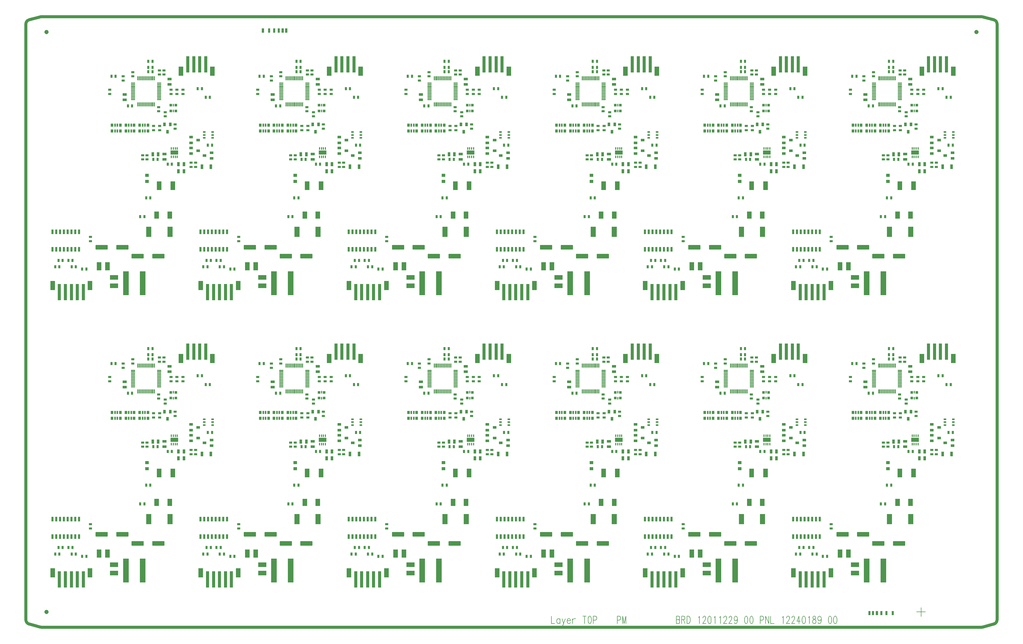
<source format=gbr>
*
G04 Job   : N:\Projects\taras004\P07083\C0164387\12011229\Panel_12240189\12240189.pnl*
G04 User  : UA220006:taras004*
G04 Layer : SolderPasteTop.gbr*
G04 Date  : Tue Dec 24 10:12:17 2024*
G04 Expedition Layer: Solder Paste - Top*
%ICAS*%
%MOIN*%
%FSDAX24Y24*%
%OFA0.0000B0.0000*%
G90*
G74*
%AMVB_RECTANGLE*
21,1,$1,$2,0,0,$3*
%
%AMVB_RCRECTANGLE*
$3=$3X2*
21,1,$1-$3,$2,0,0,0*
21,1,$1,$2-$3,0,0,0*
$1=$1/2*
$2=$2/2*
$3=$3/2*
$1=$1-$3*
$2=$2-$3*
1,1,$3X2,0-$1,0-$2*
1,1,$3X2,0-$1,$2*
1,1,$3X2,$1,$2*
1,1,$3X2,$1,0-$2*
%
%ADD11C,0.00787*%
%ADD10C,0.03937*%
%ADD72VB_RECTANGLE,0.03150X0.03150X90.00000*%
%ADD19VB_RECTANGLE,0.03150X0.01575X270.00000*%
%ADD24VB_RECTANGLE,0.03150X0.01969X0.00000*%
%ADD73VB_RECTANGLE,0.03543X0.01575X270.00000*%
%ADD12VB_RECTANGLE,0.03937X0.02756X180.00000*%
%ADD20VB_RECTANGLE,0.03937X0.02756X90.00000*%
%ADD26VB_RECTANGLE,0.04331X0.01772X90.00000*%
%ADD27VB_RECTANGLE,0.04331X0.03150X90.00000*%
%ADD28VB_RECTANGLE,0.04724X0.03150X180.00000*%
%ADD23VB_RECTANGLE,0.04724X0.03150X270.00000*%
%ADD30VB_RECTANGLE,0.04724X0.03937X0.00000*%
%ADD15VB_RECTANGLE,0.05118X0.01181X0.00000*%
%ADD16VB_RECTANGLE,0.05118X0.01181X90.00000*%
%ADD18VB_RECTANGLE,0.05118X0.03150X180.00000*%
%ADD17VB_RECTANGLE,0.05118X0.03150X90.00000*%
%ADD13VB_RECTANGLE,0.05906X0.03150X270.00000*%
%ADD25VB_RECTANGLE,0.06299X0.02362X90.00000*%
%ADD14VB_RECTANGLE,0.09055X0.06299X90.00000*%
%ADD70VB_RECTANGLE,0.09843X0.05118X0.00000*%
%ADD36VB_RECTANGLE,0.11417X0.06299X90.00000*%
%ADD21VB_RECTANGLE,0.11811X0.06299X270.00000*%
%ADD29VB_RECTANGLE,0.13386X0.06890X270.00000*%
%ADD22VB_RECTANGLE,0.21654X0.03937X270.00000*%
%ADD71VB_RECTANGLE,0.31102X0.07087X270.00000*%
%ADD33VB_RCRECTANGLE,0.03937X0.02756X0.00197*%
%ADD32VB_RCRECTANGLE,0.02756X0.03937X0.00197*%
%ADD34VB_RCRECTANGLE,0.10630X0.06299X0.00197*%
%ADD35VB_RCRECTANGLE,0.06299X0.10630X0.00197*%
%ADD31VB_RCRECTANGLE,0.15748X0.05906X0.00197*%
G01*
G36*
X-115079Y-000283D02*
Y-000039D01*
X-115322*
G02X-115325Y000000I000283J000039*
X-115039Y000285I000286*
X-115000Y000283J000285*
G01Y000039*
X-114757*
G02X-114754Y000000I000282J000039*
X-115039Y-000285I000285*
X-115079Y-000283J000285*
G01Y000283D02*
Y000039D01*
X-115322*
G03X-115325Y000000I000283J000039*
X-115039Y-000285I000286*
X-115000Y-000283J000285*
G01Y-000039*
X-114757*
G03X-114754Y000000I000282J000039*
X-115039Y000285I000285*
X-115079Y000283J000285*
G01D02*
Y000039D01*
X-115322*
G03X-115325Y000000I000283J000039*
X-115039Y-000285I000286*
X-115000Y-000283J000285*
G01Y-000039*
X-114757*
G03X-114754Y000000I000282J000039*
X-115039Y000285I000285*
X-115079Y000283J000285*
G01Y076017D02*
Y076260D01*
X-115322*
G02X-115325Y076299I000283J000039*
X-115039Y076585I000286*
X-115000Y076582J000286*
G01Y076339*
X-114757*
G02X-114754Y076299I000282J000040*
X-115039Y076014I000285*
X-115079Y076017J000285*
G01Y076582D02*
Y076339D01*
X-115322*
G03X-115325Y076299I000283J000040*
X-115039Y076014I000286*
X-115000Y076017J000285*
G01Y076260*
X-114757*
G03X-114754Y076299I000282J000039*
X-115039Y076585I000285*
X-115079Y076582J000286*
G01X-086713Y076220D02*
X-086437D01*
Y076772*
X-086713*
Y076220*
X-085886D02*
X-085610D01*
Y076772*
X-085886*
Y076220*
X-085217D02*
X-084941D01*
Y076772*
X-085217*
Y076220*
X-084626D02*
X-084350D01*
Y076772*
X-084626*
Y076220*
X-084114D02*
X-083839D01*
Y076772*
X-084114*
Y076220*
X-083642D02*
X-083366D01*
Y076772*
X-083642*
Y076220*
X-006929Y-000433D02*
X-006654D01*
Y000118*
X-006929*
Y-000433*
X-006457D02*
X-006181D01*
Y000118*
X-006457*
Y-000433*
X-005945D02*
X-005669D01*
Y000118*
X-005945*
Y-000433*
X-005354D02*
X-005079D01*
Y000118*
X-005354*
Y-000433*
X-004685D02*
X-004409D01*
Y000118*
X-004685*
Y-000433*
X-003858D02*
X-003583D01*
Y000118*
X-003858*
Y-000433*
X007244Y076017D02*
Y076260D01*
X007001*
G02X006998Y076299I000282J000039*
X007283Y076585I000285*
X007323Y076582J000286*
G01Y076339*
X007566*
G02X007569Y076299I000283J000040*
X007283Y076014I000286*
X007244Y076017J000285*
G01Y076582D02*
Y076339D01*
X007001*
G03X006998Y076299I000282J000040*
X007283Y076014I000285*
X007323Y076017J000285*
G01Y076260*
X007566*
G03X007569Y076299I000283J000039*
X007283Y076585I000286*
X007244Y076582J000286*
G37*
G54D10*
G01X-038819Y-002008D02*
X-115740D01*
G02X-115895Y-001987J000591*
G01X-117319Y-001602*
G02X-117756Y-001032I000154J000570*
G01Y-001031*
Y077339*
G02X-117315Y077909I000590J000001*
G01X-115894Y078287*
G02X-115742Y078307I000152J000571*
X-115740J000591*
G01X007992*
G02X008142Y078287I000001J000590*
G01X009563Y077913*
G02X010000Y077343I000154J000570*
G01Y-001031*
Y-001032*
G02X009563Y-001602I000591*
G01X008151Y-001987*
G02X007995Y-002008I000156J000570*
G01X-038819*
G54D11*
X-048620Y-000551D02*
Y-001535D01*
X-048181*
X-047492Y-001028D02*
X-047565Y-000939D01*
X-047638Y-000894*
X-047753*
X-047826Y-000939*
X-047899Y-001028*
X-047931Y-001163*
Y-001267*
X-047899Y-001401*
X-047826Y-001491*
X-047753Y-001535*
X-047638*
X-047565Y-001491*
X-047492Y-001401*
Y-000894D02*
Y-001535D01*
X-047210Y-000894D02*
X-047012Y-001535D01*
X-046803Y-000894D02*
X-047012Y-001535D01*
X-047075Y-001729*
X-047148Y-001819*
X-047210Y-001864*
X-047242*
X-046553Y-001163D02*
X-046114D01*
Y-001073*
X-046146Y-000984*
X-046187Y-000939*
X-046260Y-000894*
X-046375*
X-046448Y-000939*
X-046521Y-001028*
X-046553Y-001163*
Y-001267*
X-046521Y-001401*
X-046448Y-001491*
X-046375Y-001535*
X-046260*
X-046187Y-001491*
X-046114Y-001401*
X-045864Y-001163D02*
X-045812Y-001028D01*
X-045707Y-000939*
X-045592Y-000894*
X-045425*
X-045864D02*
Y-001535D01*
X-044486Y-000551D02*
X-044047D01*
X-044267D02*
Y-001535D01*
X-043640Y-000551D02*
X-043692Y-000611D01*
X-043745Y-000700*
X-043776Y-000790*
X-043797Y-000924*
Y-001163*
X-043776Y-001297*
X-043745Y-001401*
X-043692Y-001491*
X-043640Y-001535*
X-043525*
X-043473Y-001491*
X-043411Y-001401*
X-043390Y-001297*
X-043358Y-001163*
Y-000924*
X-043390Y-000790*
X-043411Y-000700*
X-043473Y-000611*
X-043525Y-000551*
X-043640*
X-043108Y-001535D02*
Y-000551D01*
X-042826*
X-042732Y-000611*
X-042701Y-000656*
X-042669Y-000745*
Y-000879*
X-042701Y-000984*
X-042732Y-001028*
X-042826Y-001073*
X-043108*
X-039958Y-001535D02*
Y-000551D01*
X-039676*
X-039582Y-000611*
X-039551Y-000656*
X-039520Y-000745*
Y-000879*
X-039551Y-000984*
X-039582Y-001028*
X-039676Y-001073*
X-039958*
X-039269Y-001535D02*
Y-000551D01*
X-039050Y-001535*
X-038831Y-000551*
Y-001535*
X-032179Y-001028D02*
X-031897D01*
X-031803Y-001073*
X-031772Y-001118*
X-031741Y-001207*
Y-001356*
X-031772Y-001446*
X-031803Y-001491*
X-031897Y-001535*
X-032179*
Y-000551*
X-031897*
X-031803Y-000611*
X-031772Y-000656*
X-031741Y-000745*
Y-000835*
X-031772Y-000924*
X-031803Y-000984*
X-031897Y-001028*
X-031490Y-001535D02*
Y-000551D01*
X-031208*
X-031114Y-000611*
X-031083Y-000656*
X-031052Y-000745*
Y-000835*
X-031083Y-000924*
X-031114Y-000984*
X-031208Y-001028*
X-031490*
X-031271D02*
X-031052Y-001535D01*
X-030801Y-000551D02*
X-030582D01*
X-030488Y-000611*
X-030425Y-000700*
X-030394Y-000790*
X-030363Y-000924*
Y-001163*
X-030394Y-001297*
X-030425Y-001401*
X-030488Y-001491*
X-030582Y-001535*
X-030801*
Y-000551*
X-029256Y-000745D02*
X-029215Y-000700D01*
X-029162Y-000566*
Y-001535*
X-028703Y-000790D02*
Y-000745D01*
X-028672Y-000656*
X-028640Y-000611*
X-028578Y-000551*
X-028452*
X-028390Y-000611*
X-028359Y-000656*
X-028327Y-000745*
Y-000835*
X-028359Y-000924*
X-028421Y-001073*
X-028734Y-001535*
X-028296*
X-027857Y-000566D02*
X-027951Y-000611D01*
X-028014Y-000745*
X-028045Y-000984*
Y-001118*
X-028014Y-001356*
X-027951Y-001491*
X-027857Y-001535*
X-027795*
X-027701Y-001491*
X-027638Y-001356*
X-027607Y-001118*
Y-000984*
X-027638Y-000745*
X-027701Y-000611*
X-027795Y-000566*
X-027857*
X-027189Y-000745D02*
X-027148Y-000700D01*
X-027095Y-000566*
Y-001535*
X-026500Y-000745D02*
X-026459Y-000700D01*
X-026406Y-000566*
Y-001535*
X-025947Y-000790D02*
Y-000745D01*
X-025916Y-000656*
X-025885Y-000611*
X-025822Y-000551*
X-025697*
X-025634Y-000611*
X-025603Y-000656*
X-025571Y-000745*
Y-000835*
X-025603Y-000924*
X-025665Y-001073*
X-025979Y-001535*
X-025540*
X-025258Y-000790D02*
Y-000745D01*
X-025227Y-000656*
X-025196Y-000611*
X-025133Y-000551*
X-025008*
X-024945Y-000611*
X-024914Y-000656*
X-024882Y-000745*
Y-000835*
X-024914Y-000924*
X-024976Y-001073*
X-025290Y-001535*
X-024851*
X-024162Y-000879D02*
X-024193Y-001028D01*
X-024256Y-001118*
X-024371Y-001163*
X-024402*
X-024507Y-001118*
X-024569Y-001028*
X-024601Y-000879*
Y-000835*
X-024569Y-000700*
X-024507Y-000611*
X-024402Y-000566*
X-024371*
X-024256Y-000611*
X-024193Y-000700*
X-024162Y-000879*
Y-001118*
X-024193Y-001356*
X-024256Y-001491*
X-024371Y-001535*
X-024434*
X-024538Y-001491*
X-024569Y-001401*
X-023035Y-000566D02*
X-023129Y-000611D01*
X-023191Y-000745*
X-023223Y-000984*
Y-001118*
X-023191Y-001356*
X-023129Y-001491*
X-023035Y-001535*
X-022972*
X-022878Y-001491*
X-022816Y-001356*
X-022784Y-001118*
Y-000984*
X-022816Y-000745*
X-022878Y-000611*
X-022972Y-000566*
X-023035*
X-022346D02*
X-022440Y-000611D01*
X-022502Y-000745*
X-022534Y-000984*
Y-001118*
X-022502Y-001356*
X-022440Y-001491*
X-022346Y-001535*
X-022283*
X-022189Y-001491*
X-022127Y-001356*
X-022095Y-001118*
Y-000984*
X-022127Y-000745*
X-022189Y-000611*
X-022283Y-000566*
X-022346*
X-021156Y-001535D02*
Y-000551D01*
X-020874*
X-020780Y-000611*
X-020749Y-000656*
X-020717Y-000745*
Y-000879*
X-020749Y-000984*
X-020780Y-001028*
X-020874Y-001073*
X-021156*
X-020467Y-001535D02*
Y-000551D01*
X-020028Y-001535*
Y-000551*
X-019778D02*
Y-001535D01*
X-019339*
X-018233Y-000745D02*
X-018191Y-000700D01*
X-018139Y-000566*
Y-001535*
X-017680Y-000790D02*
Y-000745D01*
X-017648Y-000656*
X-017617Y-000611*
X-017554Y-000551*
X-017429*
X-017366Y-000611*
X-017335Y-000656*
X-017304Y-000745*
Y-000835*
X-017335Y-000924*
X-017398Y-001073*
X-017711Y-001535*
X-017273*
X-016991Y-000790D02*
Y-000745D01*
X-016959Y-000656*
X-016928Y-000611*
X-016865Y-000551*
X-016740*
X-016678Y-000611*
X-016646Y-000656*
X-016615Y-000745*
Y-000835*
X-016646Y-000924*
X-016709Y-001073*
X-017022Y-001535*
X-016584*
X-016041Y-000566D02*
X-016333Y-001207D01*
X-015895*
X-016041Y-000566D02*
Y-001535D01*
X-015456Y-000566D02*
X-015550Y-000611D01*
X-015613Y-000745*
X-015644Y-000984*
Y-001118*
X-015613Y-001356*
X-015550Y-001491*
X-015456Y-001535*
X-015394*
X-015300Y-001491*
X-015237Y-001356*
X-015206Y-001118*
Y-000984*
X-015237Y-000745*
X-015300Y-000611*
X-015394Y-000566*
X-015456*
X-014788Y-000745D02*
X-014746Y-000700D01*
X-014694Y-000566*
Y-001535*
X-014110Y-000566D02*
X-014204Y-000611D01*
X-014235Y-000700*
Y-000790*
X-014204Y-000894*
X-014141Y-000939*
X-014016Y-000984*
X-013922Y-001028*
X-013859Y-001118*
X-013828Y-001207*
Y-001356*
X-013859Y-001446*
X-013890Y-001491*
X-013984Y-001535*
X-014110*
X-014204Y-001491*
X-014235Y-001446*
X-014266Y-001356*
Y-001207*
X-014235Y-001118*
X-014172Y-001028*
X-014078Y-000984*
X-013953Y-000939*
X-013890Y-000894*
X-013859Y-000790*
Y-000700*
X-013890Y-000611*
X-013984Y-000566*
X-014110*
X-013139Y-000879D02*
X-013170Y-001028D01*
X-013233Y-001118*
X-013348Y-001163*
X-013379*
X-013483Y-001118*
X-013546Y-001028*
X-013577Y-000879*
Y-000835*
X-013546Y-000700*
X-013483Y-000611*
X-013379Y-000566*
X-013348*
X-013233Y-000611*
X-013170Y-000700*
X-013139Y-000879*
Y-001118*
X-013170Y-001356*
X-013233Y-001491*
X-013348Y-001535*
X-013410*
X-013515Y-001491*
X-013546Y-001401*
X-012011Y-000566D02*
X-012105Y-000611D01*
X-012168Y-000745*
X-012199Y-000984*
Y-001118*
X-012168Y-001356*
X-012105Y-001491*
X-012011Y-001535*
X-011949*
X-011855Y-001491*
X-011792Y-001356*
X-011761Y-001118*
Y-000984*
X-011792Y-000745*
X-011855Y-000611*
X-011949Y-000566*
X-012011*
X-011322D02*
X-011416Y-000611D01*
X-011479Y-000745*
X-011510Y-000984*
Y-001118*
X-011479Y-001356*
X-011416Y-001491*
X-011322Y-001535*
X-011260*
X-011166Y-001491*
X-011103Y-001356*
X-011072Y-001118*
Y-000984*
X-011103Y-000745*
X-011166Y-000611*
X-011260Y-000566*
X-011322*
X-000591Y000000D02*
X000591D01*
X000000Y000591D02*
Y-000591D01*
G54D12*
X-109252Y010984D03*
Y011535D03*
Y048780D03*
Y049331D03*
X-106732Y030354D03*
Y030906D03*
Y068150D03*
Y068701D03*
X-104961Y032126D03*
Y032677D03*
Y069921D03*
Y070472D03*
X-103701Y032677D03*
Y033228D03*
Y070472D03*
Y071024D03*
X-102402Y021732D03*
Y022283D03*
Y059528D03*
Y060079D03*
X-101811Y021732D03*
Y022283D03*
Y059528D03*
Y060079D03*
X-100945Y025591D03*
Y026142D03*
Y063386D03*
Y063937D03*
X-100197Y032913D03*
Y033465D03*
Y070709D03*
Y071260D03*
X-100157Y025591D03*
Y026142D03*
Y063386D03*
Y063937D03*
X-099606Y032913D03*
Y033465D03*
Y070709D03*
Y071260D03*
X-099409Y027402D03*
Y027953D03*
Y065197D03*
Y065748D03*
X-098110Y025787D03*
Y026339D03*
Y063583D03*
Y064134D03*
X-097874Y030354D03*
Y030906D03*
Y068150D03*
Y068701D03*
X-097087Y030354D03*
Y030906D03*
Y068150D03*
Y068701D03*
X-096024Y020748D03*
Y021299D03*
Y058543D03*
Y059094D03*
X-095433Y020748D03*
Y021299D03*
Y058543D03*
Y059094D03*
X-089764Y010984D03*
Y011535D03*
Y048780D03*
Y049331D03*
X-087244Y030354D03*
Y030906D03*
Y068150D03*
Y068701D03*
X-085472Y032126D03*
Y032677D03*
Y069921D03*
Y070472D03*
X-084213Y032677D03*
Y033228D03*
Y070472D03*
Y071024D03*
X-082913Y021732D03*
Y022283D03*
Y059528D03*
Y060079D03*
X-082323Y021732D03*
Y022283D03*
Y059528D03*
Y060079D03*
X-081457Y025591D03*
Y026142D03*
Y063386D03*
Y063937D03*
X-080709Y032913D03*
Y033465D03*
Y070709D03*
Y071260D03*
X-080669Y025591D03*
Y026142D03*
Y063386D03*
Y063937D03*
X-080118Y032913D03*
Y033465D03*
Y070709D03*
Y071260D03*
X-079921Y027402D03*
Y027953D03*
Y065197D03*
Y065748D03*
X-078622Y025787D03*
Y026339D03*
Y063583D03*
Y064134D03*
X-078386Y030354D03*
Y030906D03*
Y068150D03*
Y068701D03*
X-077598Y030354D03*
Y030906D03*
Y068150D03*
Y068701D03*
X-076535Y020748D03*
Y021299D03*
Y058543D03*
Y059094D03*
X-075945Y020748D03*
Y021299D03*
Y058543D03*
Y059094D03*
X-070276Y010984D03*
Y011535D03*
Y048780D03*
Y049331D03*
X-067756Y030354D03*
Y030906D03*
Y068150D03*
Y068701D03*
X-065984Y032126D03*
Y032677D03*
Y069921D03*
Y070472D03*
X-064724Y032677D03*
Y033228D03*
Y070472D03*
Y071024D03*
X-063425Y021732D03*
Y022283D03*
Y059528D03*
Y060079D03*
X-062835Y021732D03*
Y022283D03*
Y059528D03*
Y060079D03*
X-061969Y025591D03*
Y026142D03*
Y063386D03*
Y063937D03*
X-061220Y032913D03*
Y033465D03*
Y070709D03*
Y071260D03*
X-061181Y025591D03*
Y026142D03*
Y063386D03*
Y063937D03*
X-060630Y032913D03*
Y033465D03*
Y070709D03*
Y071260D03*
X-060433Y027402D03*
Y027953D03*
Y065197D03*
Y065748D03*
X-059134Y025787D03*
Y026339D03*
Y063583D03*
Y064134D03*
X-058898Y030354D03*
Y030906D03*
Y068150D03*
Y068701D03*
X-058110Y030354D03*
Y030906D03*
Y068150D03*
Y068701D03*
X-057047Y020748D03*
Y021299D03*
Y058543D03*
Y059094D03*
X-056457Y020748D03*
Y021299D03*
Y058543D03*
Y059094D03*
X-050787Y010984D03*
Y011535D03*
Y048780D03*
Y049331D03*
X-048268Y030354D03*
Y030906D03*
Y068150D03*
Y068701D03*
X-046496Y032126D03*
Y032677D03*
Y069921D03*
Y070472D03*
X-045236Y032677D03*
Y033228D03*
Y070472D03*
Y071024D03*
X-043937Y021732D03*
Y022283D03*
Y059528D03*
Y060079D03*
X-043346Y021732D03*
Y022283D03*
Y059528D03*
Y060079D03*
X-042480Y025591D03*
Y026142D03*
Y063386D03*
Y063937D03*
X-041732Y032913D03*
Y033465D03*
Y070709D03*
Y071260D03*
X-041693Y025591D03*
Y026142D03*
Y063386D03*
Y063937D03*
X-041142Y032913D03*
Y033465D03*
Y070709D03*
Y071260D03*
X-040945Y027402D03*
Y027953D03*
Y065197D03*
Y065748D03*
X-039646Y025787D03*
Y026339D03*
Y063583D03*
Y064134D03*
X-039409Y030354D03*
Y030906D03*
Y068150D03*
Y068701D03*
X-038622Y030354D03*
Y030906D03*
Y068150D03*
Y068701D03*
X-037559Y020748D03*
Y021299D03*
Y058543D03*
Y059094D03*
X-036969Y020748D03*
Y021299D03*
Y058543D03*
Y059094D03*
X-031299Y010984D03*
Y011535D03*
Y048780D03*
Y049331D03*
X-028780Y030354D03*
Y030906D03*
Y068150D03*
Y068701D03*
X-027008Y032126D03*
Y032677D03*
Y069921D03*
Y070472D03*
X-025748Y032677D03*
Y033228D03*
Y070472D03*
Y071024D03*
X-024449Y021732D03*
Y022283D03*
Y059528D03*
Y060079D03*
X-023858Y021732D03*
Y022283D03*
Y059528D03*
Y060079D03*
X-022992Y025591D03*
Y026142D03*
Y063386D03*
Y063937D03*
X-022244Y032913D03*
Y033465D03*
Y070709D03*
Y071260D03*
X-022205Y025591D03*
Y026142D03*
Y063386D03*
Y063937D03*
X-021654Y032913D03*
Y033465D03*
Y070709D03*
Y071260D03*
X-021457Y027402D03*
Y027953D03*
Y065197D03*
Y065748D03*
X-020157Y025787D03*
Y026339D03*
Y063583D03*
Y064134D03*
X-019921Y030354D03*
Y030906D03*
Y068150D03*
Y068701D03*
X-019134Y030354D03*
Y030906D03*
Y068150D03*
Y068701D03*
X-018071Y020748D03*
Y021299D03*
Y058543D03*
Y059094D03*
X-017480Y020748D03*
Y021299D03*
Y058543D03*
Y059094D03*
X-011811Y010984D03*
Y011535D03*
Y048780D03*
Y049331D03*
X-009291Y030354D03*
Y030906D03*
Y068150D03*
Y068701D03*
X-007520Y032126D03*
Y032677D03*
Y069921D03*
Y070472D03*
X-006260Y032677D03*
Y033228D03*
Y070472D03*
Y071024D03*
X-004961Y021732D03*
Y022283D03*
Y059528D03*
Y060079D03*
X-004370Y021732D03*
Y022283D03*
Y059528D03*
Y060079D03*
X-003504Y025591D03*
Y026142D03*
Y063386D03*
Y063937D03*
X-002756Y032913D03*
Y033465D03*
Y070709D03*
Y071260D03*
X-002717Y025591D03*
Y026142D03*
Y063386D03*
Y063937D03*
X-002165Y032913D03*
Y033465D03*
Y070709D03*
Y071260D03*
X-001969Y027402D03*
Y027953D03*
Y065197D03*
Y065748D03*
X-000669Y025787D03*
Y026339D03*
Y063583D03*
Y064134D03*
X-000433Y030354D03*
Y030906D03*
Y068150D03*
Y068701D03*
X000354Y030354D03*
Y030906D03*
Y068150D03*
Y068701D03*
X001417Y020748D03*
Y021299D03*
Y058543D03*
Y059094D03*
X002008Y020748D03*
Y021299D03*
Y058543D03*
Y059094D03*
G54D13*
X-094606Y020787D03*
Y058583D03*
X-093425Y020787D03*
Y058583D03*
X-075118Y020787D03*
Y058583D03*
X-073937Y020787D03*
Y058583D03*
X-055630Y020787D03*
Y058583D03*
X-054449Y020787D03*
Y058583D03*
X-036142Y020787D03*
Y058583D03*
X-034961Y020787D03*
Y058583D03*
X-016654Y020787D03*
Y058583D03*
X-015472Y020787D03*
Y058583D03*
X002835Y020787D03*
Y058583D03*
X004016Y020787D03*
Y058583D03*
G54D14*
X-100541Y014409D03*
Y052205D03*
X-098829Y014409D03*
Y052205D03*
X-081053Y014409D03*
Y052205D03*
X-079341Y014409D03*
Y052205D03*
X-061565Y014409D03*
Y052205D03*
X-059852Y014409D03*
Y052205D03*
X-042077Y014409D03*
Y052205D03*
X-040364Y014409D03*
Y052205D03*
X-022589Y014409D03*
Y052205D03*
X-020876Y014409D03*
Y052205D03*
X-003100Y014409D03*
Y052205D03*
X-001388Y014409D03*
Y052205D03*
G54D15*
X-103642Y029626D03*
Y029823D03*
Y030020D03*
Y030217D03*
Y030413D03*
Y030610D03*
Y030807D03*
Y031004D03*
Y031201D03*
Y031398D03*
Y031594D03*
Y031791D03*
Y067421D03*
Y067618D03*
Y067815D03*
Y068012D03*
Y068209D03*
Y068406D03*
Y068602D03*
Y068799D03*
Y068996D03*
Y069193D03*
Y069390D03*
Y069587D03*
X-100217Y029626D03*
Y029823D03*
Y030020D03*
Y030217D03*
Y030413D03*
Y030610D03*
Y030807D03*
Y031004D03*
Y031201D03*
Y031398D03*
Y031594D03*
Y031791D03*
Y067421D03*
Y067618D03*
Y067815D03*
Y068012D03*
Y068209D03*
Y068406D03*
Y068602D03*
Y068799D03*
Y068996D03*
Y069193D03*
Y069390D03*
Y069587D03*
X-084154Y029626D03*
Y029823D03*
Y030020D03*
Y030217D03*
Y030413D03*
Y030610D03*
Y030807D03*
Y031004D03*
Y031201D03*
Y031398D03*
Y031594D03*
Y031791D03*
Y067421D03*
Y067618D03*
Y067815D03*
Y068012D03*
Y068209D03*
Y068406D03*
Y068602D03*
Y068799D03*
Y068996D03*
Y069193D03*
Y069390D03*
Y069587D03*
X-080728Y029626D03*
Y029823D03*
Y030020D03*
Y030217D03*
Y030413D03*
Y030610D03*
Y030807D03*
Y031004D03*
Y031201D03*
Y031398D03*
Y031594D03*
Y031791D03*
Y067421D03*
Y067618D03*
Y067815D03*
Y068012D03*
Y068209D03*
Y068406D03*
Y068602D03*
Y068799D03*
Y068996D03*
Y069193D03*
Y069390D03*
Y069587D03*
X-064665Y029626D03*
Y029823D03*
Y030020D03*
Y030217D03*
Y030413D03*
Y030610D03*
Y030807D03*
Y031004D03*
Y031201D03*
Y031398D03*
Y031594D03*
Y031791D03*
Y067421D03*
Y067618D03*
Y067815D03*
Y068012D03*
Y068209D03*
Y068406D03*
Y068602D03*
Y068799D03*
Y068996D03*
Y069193D03*
Y069390D03*
Y069587D03*
X-061240Y029626D03*
Y029823D03*
Y030020D03*
Y030217D03*
Y030413D03*
Y030610D03*
Y030807D03*
Y031004D03*
Y031201D03*
Y031398D03*
Y031594D03*
Y031791D03*
Y067421D03*
Y067618D03*
Y067815D03*
Y068012D03*
Y068209D03*
Y068406D03*
Y068602D03*
Y068799D03*
Y068996D03*
Y069193D03*
Y069390D03*
Y069587D03*
X-045177Y029626D03*
Y029823D03*
Y030020D03*
Y030217D03*
Y030413D03*
Y030610D03*
Y030807D03*
Y031004D03*
Y031201D03*
Y031398D03*
Y031594D03*
Y031791D03*
Y067421D03*
Y067618D03*
Y067815D03*
Y068012D03*
Y068209D03*
Y068406D03*
Y068602D03*
Y068799D03*
Y068996D03*
Y069193D03*
Y069390D03*
Y069587D03*
X-041752Y029626D03*
Y029823D03*
Y030020D03*
Y030217D03*
Y030413D03*
Y030610D03*
Y030807D03*
Y031004D03*
Y031201D03*
Y031398D03*
Y031594D03*
Y031791D03*
Y067421D03*
Y067618D03*
Y067815D03*
Y068012D03*
Y068209D03*
Y068406D03*
Y068602D03*
Y068799D03*
Y068996D03*
Y069193D03*
Y069390D03*
Y069587D03*
X-025689Y029626D03*
Y029823D03*
Y030020D03*
Y030217D03*
Y030413D03*
Y030610D03*
Y030807D03*
Y031004D03*
Y031201D03*
Y031398D03*
Y031594D03*
Y031791D03*
Y067421D03*
Y067618D03*
Y067815D03*
Y068012D03*
Y068209D03*
Y068406D03*
Y068602D03*
Y068799D03*
Y068996D03*
Y069193D03*
Y069390D03*
Y069587D03*
X-022264Y029626D03*
Y029823D03*
Y030020D03*
Y030217D03*
Y030413D03*
Y030610D03*
Y030807D03*
Y031004D03*
Y031201D03*
Y031398D03*
Y031594D03*
Y031791D03*
Y067421D03*
Y067618D03*
Y067815D03*
Y068012D03*
Y068209D03*
Y068406D03*
Y068602D03*
Y068799D03*
Y068996D03*
Y069193D03*
Y069390D03*
Y069587D03*
X-006201Y029626D03*
Y029823D03*
Y030020D03*
Y030217D03*
Y030413D03*
Y030610D03*
Y030807D03*
Y031004D03*
Y031201D03*
Y031398D03*
Y031594D03*
Y031791D03*
Y067421D03*
Y067618D03*
Y067815D03*
Y068012D03*
Y068209D03*
Y068406D03*
Y068602D03*
Y068799D03*
Y068996D03*
Y069193D03*
Y069390D03*
Y069587D03*
X-002776Y029626D03*
Y029823D03*
Y030020D03*
Y030217D03*
Y030413D03*
Y030610D03*
Y030807D03*
Y031004D03*
Y031201D03*
Y031398D03*
Y031594D03*
Y031791D03*
Y067421D03*
Y067618D03*
Y067815D03*
Y068012D03*
Y068209D03*
Y068406D03*
Y068602D03*
Y068799D03*
Y068996D03*
Y069193D03*
Y069390D03*
Y069587D03*
G54D16*
X-103012Y028996D03*
Y032421D03*
Y066791D03*
Y070217D03*
X-102815Y028996D03*
Y032421D03*
Y066791D03*
Y070217D03*
X-102618Y028996D03*
Y032421D03*
Y066791D03*
Y070217D03*
X-102421Y028996D03*
Y032421D03*
Y066791D03*
Y070217D03*
X-102224Y028996D03*
Y032421D03*
Y066791D03*
Y070217D03*
X-102028Y028996D03*
Y032421D03*
Y066791D03*
Y070217D03*
X-101831Y028996D03*
Y032421D03*
Y066791D03*
Y070217D03*
X-101634Y028996D03*
Y032421D03*
Y066791D03*
Y070217D03*
X-101437Y028996D03*
Y032421D03*
Y066791D03*
Y070217D03*
X-101240Y028996D03*
Y032421D03*
Y066791D03*
Y070217D03*
X-101043Y028996D03*
Y032421D03*
Y066791D03*
Y070217D03*
X-100846Y028996D03*
Y032421D03*
Y066791D03*
Y070217D03*
X-083524Y028996D03*
Y032421D03*
Y066791D03*
Y070217D03*
X-083327Y028996D03*
Y032421D03*
Y066791D03*
Y070217D03*
X-083130Y028996D03*
Y032421D03*
Y066791D03*
Y070217D03*
X-082933Y028996D03*
Y032421D03*
Y066791D03*
Y070217D03*
X-082736Y028996D03*
Y032421D03*
Y066791D03*
Y070217D03*
X-082539Y028996D03*
Y032421D03*
Y066791D03*
Y070217D03*
X-082343Y028996D03*
Y032421D03*
Y066791D03*
Y070217D03*
X-082146Y028996D03*
Y032421D03*
Y066791D03*
Y070217D03*
X-081949Y028996D03*
Y032421D03*
Y066791D03*
Y070217D03*
X-081752Y028996D03*
Y032421D03*
Y066791D03*
Y070217D03*
X-081555Y028996D03*
Y032421D03*
Y066791D03*
Y070217D03*
X-081358Y028996D03*
Y032421D03*
Y066791D03*
Y070217D03*
X-064035Y028996D03*
Y032421D03*
Y066791D03*
Y070217D03*
X-063839Y028996D03*
Y032421D03*
Y066791D03*
Y070217D03*
X-063642Y028996D03*
Y032421D03*
Y066791D03*
Y070217D03*
X-063445Y028996D03*
Y032421D03*
Y066791D03*
Y070217D03*
X-063248Y028996D03*
Y032421D03*
Y066791D03*
Y070217D03*
X-063051Y028996D03*
Y032421D03*
Y066791D03*
Y070217D03*
X-062854Y028996D03*
Y032421D03*
Y066791D03*
Y070217D03*
X-062657Y028996D03*
Y032421D03*
Y066791D03*
Y070217D03*
X-062461Y028996D03*
Y032421D03*
Y066791D03*
Y070217D03*
X-062264Y028996D03*
Y032421D03*
Y066791D03*
Y070217D03*
X-062067Y028996D03*
Y032421D03*
Y066791D03*
Y070217D03*
X-061870Y028996D03*
Y032421D03*
Y066791D03*
Y070217D03*
X-044547Y028996D03*
Y032421D03*
Y066791D03*
Y070217D03*
X-044350Y028996D03*
Y032421D03*
Y066791D03*
Y070217D03*
X-044154Y028996D03*
Y032421D03*
Y066791D03*
Y070217D03*
X-043957Y028996D03*
Y032421D03*
Y066791D03*
Y070217D03*
X-043760Y028996D03*
Y032421D03*
Y066791D03*
Y070217D03*
X-043563Y028996D03*
Y032421D03*
Y066791D03*
Y070217D03*
X-043366Y028996D03*
Y032421D03*
Y066791D03*
Y070217D03*
X-043169Y028996D03*
Y032421D03*
Y066791D03*
Y070217D03*
X-042972Y028996D03*
Y032421D03*
Y066791D03*
Y070217D03*
X-042776Y028996D03*
Y032421D03*
Y066791D03*
Y070217D03*
X-042579Y028996D03*
Y032421D03*
Y066791D03*
Y070217D03*
X-042382Y028996D03*
Y032421D03*
Y066791D03*
Y070217D03*
X-025059Y028996D03*
Y032421D03*
Y066791D03*
Y070217D03*
X-024862Y028996D03*
Y032421D03*
Y066791D03*
Y070217D03*
X-024665Y028996D03*
Y032421D03*
Y066791D03*
Y070217D03*
X-024469Y028996D03*
Y032421D03*
Y066791D03*
Y070217D03*
X-024272Y028996D03*
Y032421D03*
Y066791D03*
Y070217D03*
X-024075Y028996D03*
Y032421D03*
Y066791D03*
Y070217D03*
X-023878Y028996D03*
Y032421D03*
Y066791D03*
Y070217D03*
X-023681Y028996D03*
Y032421D03*
Y066791D03*
Y070217D03*
X-023484Y028996D03*
Y032421D03*
Y066791D03*
Y070217D03*
X-023287Y028996D03*
Y032421D03*
Y066791D03*
Y070217D03*
X-023091Y028996D03*
Y032421D03*
Y066791D03*
Y070217D03*
X-022894Y028996D03*
Y032421D03*
Y066791D03*
Y070217D03*
X-005571Y028996D03*
Y032421D03*
Y066791D03*
Y070217D03*
X-005374Y028996D03*
Y032421D03*
Y066791D03*
Y070217D03*
X-005177Y028996D03*
Y032421D03*
Y066791D03*
Y070217D03*
X-004980Y028996D03*
Y032421D03*
Y066791D03*
Y070217D03*
X-004783Y028996D03*
Y032421D03*
Y066791D03*
Y070217D03*
X-004587Y028996D03*
Y032421D03*
Y066791D03*
Y070217D03*
X-004390Y028996D03*
Y032421D03*
Y066791D03*
Y070217D03*
X-004193Y028996D03*
Y032421D03*
Y066791D03*
Y070217D03*
X-003996Y028996D03*
Y032421D03*
Y066791D03*
Y070217D03*
X-003799Y028996D03*
Y032421D03*
Y066791D03*
Y070217D03*
X-003602Y028996D03*
Y032421D03*
Y066791D03*
Y070217D03*
X-003406Y028996D03*
Y032421D03*
Y066791D03*
Y070217D03*
G54D17*
X-101063Y022402D03*
Y060197D03*
X-100354Y022402D03*
Y060197D03*
X-097677Y020197D03*
Y021102D03*
Y057992D03*
Y058898D03*
X-096969Y020197D03*
Y021102D03*
Y057992D03*
Y058898D03*
X-081575Y022402D03*
Y060197D03*
X-080866Y022402D03*
Y060197D03*
X-078189Y020197D03*
Y021102D03*
Y057992D03*
Y058898D03*
X-077480Y020197D03*
Y021102D03*
Y057992D03*
Y058898D03*
X-062087Y022402D03*
Y060197D03*
X-061378Y022402D03*
Y060197D03*
X-058701Y020197D03*
Y021102D03*
Y057992D03*
Y058898D03*
X-057992Y020197D03*
Y021102D03*
Y057992D03*
Y058898D03*
X-042598Y022402D03*
Y060197D03*
X-041890Y022402D03*
Y060197D03*
X-039213Y020197D03*
Y021102D03*
Y057992D03*
Y058898D03*
X-038504Y020197D03*
Y021102D03*
Y057992D03*
Y058898D03*
X-023110Y022402D03*
Y060197D03*
X-022402Y022402D03*
Y060197D03*
X-019724Y020197D03*
Y021102D03*
Y057992D03*
Y058898D03*
X-019016Y020197D03*
Y021102D03*
Y057992D03*
Y058898D03*
X-003622Y022402D03*
Y060197D03*
X-002913Y022402D03*
Y060197D03*
X-000236Y020197D03*
Y021102D03*
Y057992D03*
Y058898D03*
X000472Y020197D03*
Y021102D03*
Y057992D03*
Y058898D03*
G54D18*
X-104764Y029567D03*
Y030276D03*
Y067362D03*
Y068071D03*
X-099528Y021732D03*
Y022441D03*
Y059528D03*
Y060236D03*
X-098858Y031614D03*
Y032323D03*
Y069409D03*
Y070118D03*
X-085276Y029567D03*
Y030276D03*
Y067362D03*
Y068071D03*
X-080039Y021732D03*
Y022441D03*
Y059528D03*
Y060236D03*
X-079370Y031614D03*
Y032323D03*
Y069409D03*
Y070118D03*
X-065787Y029567D03*
Y030276D03*
Y067362D03*
Y068071D03*
X-060551Y021732D03*
Y022441D03*
Y059528D03*
Y060236D03*
X-059882Y031614D03*
Y032323D03*
Y069409D03*
Y070118D03*
X-046299Y029567D03*
Y030276D03*
Y067362D03*
Y068071D03*
X-041063Y021732D03*
Y022441D03*
Y059528D03*
Y060236D03*
X-040394Y031614D03*
Y032323D03*
Y069409D03*
Y070118D03*
X-026811Y029567D03*
Y030276D03*
Y067362D03*
Y068071D03*
X-021575Y021732D03*
Y022441D03*
Y059528D03*
Y060236D03*
X-020906Y031614D03*
Y032323D03*
Y069409D03*
Y070118D03*
X-007323Y029567D03*
Y030276D03*
Y067362D03*
Y068071D03*
X-002087Y021732D03*
Y022441D03*
Y059528D03*
Y060236D03*
X-001417Y031614D03*
Y032323D03*
Y069409D03*
Y070118D03*
G54D19*
X-098612Y022087D03*
Y023189D03*
Y059882D03*
Y060984D03*
X-098356Y022087D03*
Y023189D03*
Y059882D03*
Y060984D03*
X-098100Y022087D03*
Y023189D03*
Y059882D03*
Y060984D03*
X-097844Y022087D03*
Y023189D03*
Y059882D03*
Y060984D03*
X-079124Y022087D03*
Y023189D03*
Y059882D03*
Y060984D03*
X-078868Y022087D03*
Y023189D03*
Y059882D03*
Y060984D03*
X-078612Y022087D03*
Y023189D03*
Y059882D03*
Y060984D03*
X-078356Y022087D03*
Y023189D03*
Y059882D03*
Y060984D03*
X-059636Y022087D03*
Y023189D03*
Y059882D03*
Y060984D03*
X-059380Y022087D03*
Y023189D03*
Y059882D03*
Y060984D03*
X-059124Y022087D03*
Y023189D03*
Y059882D03*
Y060984D03*
X-058868Y022087D03*
Y023189D03*
Y059882D03*
Y060984D03*
X-040148Y022087D03*
Y023189D03*
Y059882D03*
Y060984D03*
X-039892Y022087D03*
Y023189D03*
Y059882D03*
Y060984D03*
X-039636Y022087D03*
Y023189D03*
Y059882D03*
Y060984D03*
X-039380Y022087D03*
Y023189D03*
Y059882D03*
Y060984D03*
X-020659Y022087D03*
Y023189D03*
Y059882D03*
Y060984D03*
X-020404Y022087D03*
Y023189D03*
Y059882D03*
Y060984D03*
X-020148Y022087D03*
Y023189D03*
Y059882D03*
Y060984D03*
X-019892Y022087D03*
Y023189D03*
Y059882D03*
Y060984D03*
X-001171Y022087D03*
Y023189D03*
Y059882D03*
Y060984D03*
X-000915Y022087D03*
Y023189D03*
Y059882D03*
Y060984D03*
X-000659Y022087D03*
Y023189D03*
Y059882D03*
Y060984D03*
X-000404Y022087D03*
Y023189D03*
Y059882D03*
Y060984D03*
G54D20*
X-113465Y008465D03*
Y046260D03*
X-112913Y008465D03*
Y046260D03*
X-112165Y008465D03*
Y046260D03*
X-111614Y008465D03*
Y046260D03*
X-110354Y007323D03*
Y045118D03*
X-109803Y007323D03*
Y045118D03*
X-106496Y032677D03*
Y070472D03*
X-105945Y032677D03*
Y070472D03*
X-104331Y028780D03*
Y066575D03*
X-103780Y028780D03*
Y066575D03*
X-102717Y014213D03*
Y052008D03*
X-102165Y014213D03*
Y052008D03*
X-101929Y016693D03*
Y054488D03*
X-101654Y033268D03*
Y033858D03*
Y034646D03*
Y071063D03*
Y071654D03*
Y072441D03*
X-101378Y016693D03*
Y054488D03*
X-101102Y033268D03*
Y033858D03*
Y034646D03*
Y071063D03*
Y071654D03*
Y072441D03*
X-100984Y021732D03*
Y059528D03*
X-100433Y021732D03*
Y059528D03*
X-099094Y021102D03*
Y058898D03*
X-098543Y021102D03*
Y058898D03*
X-095157Y031063D03*
Y068858D03*
X-094606Y031063D03*
Y068858D03*
X-094094Y029921D03*
Y067717D03*
X-093976Y008465D03*
Y046260D03*
X-093819Y023622D03*
Y061417D03*
X-093543Y029921D03*
Y067717D03*
X-093425Y008465D03*
Y046260D03*
X-093268Y023622D03*
Y061417D03*
X-092677Y008465D03*
Y046260D03*
X-092126Y008465D03*
Y046260D03*
X-090866Y007323D03*
Y045118D03*
X-090315Y007323D03*
Y045118D03*
X-087008Y032677D03*
Y070472D03*
X-086457Y032677D03*
Y070472D03*
X-084843Y028780D03*
Y066575D03*
X-084291Y028780D03*
Y066575D03*
X-083228Y014213D03*
Y052008D03*
X-082677Y014213D03*
Y052008D03*
X-082441Y016693D03*
Y054488D03*
X-082165Y033268D03*
Y033858D03*
Y034646D03*
Y071063D03*
Y071654D03*
Y072441D03*
X-081890Y016693D03*
Y054488D03*
X-081614Y033268D03*
Y033858D03*
Y034646D03*
Y071063D03*
Y071654D03*
Y072441D03*
X-081496Y021732D03*
Y059528D03*
X-080945Y021732D03*
Y059528D03*
X-079606Y021102D03*
Y058898D03*
X-079055Y021102D03*
Y058898D03*
X-075669Y031063D03*
Y068858D03*
X-075118Y031063D03*
Y068858D03*
X-074606Y029921D03*
Y067717D03*
X-074488Y008465D03*
Y046260D03*
X-074331Y023622D03*
Y061417D03*
X-074055Y029921D03*
Y067717D03*
X-073937Y008465D03*
Y046260D03*
X-073780Y023622D03*
Y061417D03*
X-073189Y008465D03*
Y046260D03*
X-072638Y008465D03*
Y046260D03*
X-071378Y007323D03*
Y045118D03*
X-070827Y007323D03*
Y045118D03*
X-067520Y032677D03*
Y070472D03*
X-066969Y032677D03*
Y070472D03*
X-065354Y028780D03*
Y066575D03*
X-064803Y028780D03*
Y066575D03*
X-063740Y014213D03*
Y052008D03*
X-063189Y014213D03*
Y052008D03*
X-062953Y016693D03*
Y054488D03*
X-062677Y033268D03*
Y033858D03*
Y034646D03*
Y071063D03*
Y071654D03*
Y072441D03*
X-062402Y016693D03*
Y054488D03*
X-062126Y033268D03*
Y033858D03*
Y034646D03*
Y071063D03*
Y071654D03*
Y072441D03*
X-062008Y021732D03*
Y059528D03*
X-061457Y021732D03*
Y059528D03*
X-060118Y021102D03*
Y058898D03*
X-059567Y021102D03*
Y058898D03*
X-056181Y031063D03*
Y068858D03*
X-055630Y031063D03*
Y068858D03*
X-055118Y029921D03*
Y067717D03*
X-055000Y008465D03*
Y046260D03*
X-054843Y023622D03*
Y061417D03*
X-054567Y029921D03*
Y067717D03*
X-054449Y008465D03*
Y046260D03*
X-054291Y023622D03*
Y061417D03*
X-053701Y008465D03*
Y046260D03*
X-053150Y008465D03*
Y046260D03*
X-051890Y007323D03*
Y045118D03*
X-051339Y007323D03*
Y045118D03*
X-048031Y032677D03*
Y070472D03*
X-047480Y032677D03*
Y070472D03*
X-045866Y028780D03*
Y066575D03*
X-045315Y028780D03*
Y066575D03*
X-044252Y014213D03*
Y052008D03*
X-043701Y014213D03*
Y052008D03*
X-043465Y016693D03*
Y054488D03*
X-043189Y033268D03*
Y033858D03*
Y034646D03*
Y071063D03*
Y071654D03*
Y072441D03*
X-042913Y016693D03*
Y054488D03*
X-042638Y033268D03*
Y033858D03*
Y034646D03*
Y071063D03*
Y071654D03*
Y072441D03*
X-042520Y021732D03*
Y059528D03*
X-041969Y021732D03*
Y059528D03*
X-040630Y021102D03*
Y058898D03*
X-040079Y021102D03*
Y058898D03*
X-036693Y031063D03*
Y068858D03*
X-036142Y031063D03*
Y068858D03*
X-035630Y029921D03*
Y067717D03*
X-035512Y008465D03*
Y046260D03*
X-035354Y023622D03*
Y061417D03*
X-035079Y029921D03*
Y067717D03*
X-034961Y008465D03*
Y046260D03*
X-034803Y023622D03*
Y061417D03*
X-034213Y008465D03*
Y046260D03*
X-033661Y008465D03*
Y046260D03*
X-032402Y007323D03*
Y045118D03*
X-031850Y007323D03*
Y045118D03*
X-028543Y032677D03*
Y070472D03*
X-027992Y032677D03*
Y070472D03*
X-026378Y028780D03*
Y066575D03*
X-025827Y028780D03*
Y066575D03*
X-024764Y014213D03*
Y052008D03*
X-024213Y014213D03*
Y052008D03*
X-023976Y016693D03*
Y054488D03*
X-023701Y033268D03*
Y033858D03*
Y034646D03*
Y071063D03*
Y071654D03*
Y072441D03*
X-023425Y016693D03*
Y054488D03*
X-023150Y033268D03*
Y033858D03*
Y034646D03*
Y071063D03*
Y071654D03*
Y072441D03*
X-023031Y021732D03*
Y059528D03*
X-022480Y021732D03*
Y059528D03*
X-021142Y021102D03*
Y058898D03*
X-020591Y021102D03*
Y058898D03*
X-017205Y031063D03*
Y068858D03*
X-016654Y031063D03*
Y068858D03*
X-016142Y029921D03*
Y067717D03*
X-016024Y008465D03*
Y046260D03*
X-015866Y023622D03*
Y061417D03*
X-015591Y029921D03*
Y067717D03*
X-015472Y008465D03*
Y046260D03*
X-015315Y023622D03*
Y061417D03*
X-014724Y008465D03*
Y046260D03*
X-014173Y008465D03*
Y046260D03*
X-012913Y007323D03*
Y045118D03*
X-012362Y007323D03*
Y045118D03*
X-009055Y032677D03*
Y070472D03*
X-008504Y032677D03*
Y070472D03*
X-006890Y028780D03*
Y066575D03*
X-006339Y028780D03*
Y066575D03*
X-005276Y014213D03*
Y052008D03*
X-004724Y014213D03*
Y052008D03*
X-004488Y016693D03*
Y054488D03*
X-004213Y033268D03*
Y033858D03*
Y034646D03*
Y071063D03*
Y071654D03*
Y072441D03*
X-003937Y016693D03*
Y054488D03*
X-003661Y033268D03*
Y033858D03*
Y034646D03*
Y071063D03*
Y071654D03*
Y072441D03*
X-003543Y021732D03*
Y059528D03*
X-002992Y021732D03*
Y059528D03*
X-001654Y021102D03*
Y058898D03*
X-001102Y021102D03*
Y058898D03*
X002283Y031063D03*
Y068858D03*
X002835Y031063D03*
Y068858D03*
X003346Y029921D03*
Y067717D03*
X003622Y023622D03*
Y061417D03*
X003898Y029921D03*
Y067717D03*
X004173Y023622D03*
Y061417D03*
G54D21*
X-114232Y005157D03*
Y042953D03*
X-109311Y005157D03*
Y042953D03*
X-097343Y033346D03*
Y071142D03*
X-094744Y005157D03*
Y042953D03*
X-093209Y033346D03*
Y071142D03*
X-089823Y005157D03*
Y042953D03*
X-077854Y033346D03*
Y071142D03*
X-075256Y005157D03*
Y042953D03*
X-073720Y033346D03*
Y071142D03*
X-070335Y005157D03*
Y042953D03*
X-058366Y033346D03*
Y071142D03*
X-055768Y005157D03*
Y042953D03*
X-054232Y033346D03*
Y071142D03*
X-050846Y005157D03*
Y042953D03*
X-038878Y033346D03*
Y071142D03*
X-036280Y005157D03*
Y042953D03*
X-034744Y033346D03*
Y071142D03*
X-031358Y005157D03*
Y042953D03*
X-019390Y033346D03*
Y071142D03*
X-016791Y005157D03*
Y042953D03*
X-015256Y033346D03*
Y071142D03*
X-011870Y005157D03*
Y042953D03*
X000098Y033346D03*
Y071142D03*
X004232Y033346D03*
Y071142D03*
G54D22*
X-113346Y004272D03*
Y042067D03*
X-112559Y004272D03*
Y042067D03*
X-111772Y004272D03*
Y042067D03*
X-110984Y004272D03*
Y042067D03*
X-110197Y004272D03*
Y042067D03*
X-096457Y034232D03*
Y072028D03*
X-095669Y034232D03*
Y072028D03*
X-094882Y034232D03*
Y072028D03*
X-094094Y034232D03*
Y072028D03*
X-093858Y004272D03*
Y042067D03*
X-093071Y004272D03*
Y042067D03*
X-092283Y004272D03*
Y042067D03*
X-091496Y004272D03*
Y042067D03*
X-090709Y004272D03*
Y042067D03*
X-076969Y034232D03*
Y072028D03*
X-076181Y034232D03*
Y072028D03*
X-075394Y034232D03*
Y072028D03*
X-074606Y034232D03*
Y072028D03*
X-074370Y004272D03*
Y042067D03*
X-073583Y004272D03*
Y042067D03*
X-072795Y004272D03*
Y042067D03*
X-072008Y004272D03*
Y042067D03*
X-071220Y004272D03*
Y042067D03*
X-057480Y034232D03*
Y072028D03*
X-056693Y034232D03*
Y072028D03*
X-055906Y034232D03*
Y072028D03*
X-055118Y034232D03*
Y072028D03*
X-054882Y004272D03*
Y042067D03*
X-054094Y004272D03*
Y042067D03*
X-053307Y004272D03*
Y042067D03*
X-052520Y004272D03*
Y042067D03*
X-051732Y004272D03*
Y042067D03*
X-037992Y034232D03*
Y072028D03*
X-037205Y034232D03*
Y072028D03*
X-036417Y034232D03*
Y072028D03*
X-035630Y034232D03*
Y072028D03*
X-035394Y004272D03*
Y042067D03*
X-034606Y004272D03*
Y042067D03*
X-033819Y004272D03*
Y042067D03*
X-033031Y004272D03*
Y042067D03*
X-032244Y004272D03*
Y042067D03*
X-018504Y034232D03*
Y072028D03*
X-017717Y034232D03*
Y072028D03*
X-016929Y034232D03*
Y072028D03*
X-016142Y034232D03*
Y072028D03*
X-015906Y004272D03*
Y042067D03*
X-015118Y004272D03*
Y042067D03*
X-014331Y004272D03*
Y042067D03*
X-013543Y004272D03*
Y042067D03*
X-012756Y004272D03*
Y042067D03*
X000984Y034232D03*
Y072028D03*
X001772Y034232D03*
Y072028D03*
X002559Y034232D03*
Y072028D03*
X003346Y034232D03*
Y072028D03*
G54D23*
X-099508Y026339D03*
Y064134D03*
X-099134Y025394D03*
Y063189D03*
X-098760Y026339D03*
Y064134D03*
X-080020Y026339D03*
Y064134D03*
X-079646Y025394D03*
Y063189D03*
X-079272Y026339D03*
Y064134D03*
X-060531Y026339D03*
Y064134D03*
X-060157Y025394D03*
Y063189D03*
X-059783Y026339D03*
Y064134D03*
X-041043Y026339D03*
Y064134D03*
X-040669Y025394D03*
Y063189D03*
X-040295Y026339D03*
Y064134D03*
X-021555Y026339D03*
Y064134D03*
X-021181Y025394D03*
Y063189D03*
X-020807Y026339D03*
Y064134D03*
X-002067Y026339D03*
Y064134D03*
X-001693Y025394D03*
Y063189D03*
X-001319Y026339D03*
Y064134D03*
G54D24*
X-094291Y024587D03*
Y024961D03*
Y025335D03*
Y062382D03*
Y062756D03*
Y063130D03*
X-093189Y024587D03*
Y024961D03*
Y025335D03*
Y062382D03*
Y062756D03*
Y063130D03*
X-074803Y024587D03*
Y024961D03*
Y025335D03*
Y062382D03*
Y062756D03*
Y063130D03*
X-073701Y024587D03*
Y024961D03*
Y025335D03*
Y062382D03*
Y062756D03*
Y063130D03*
X-055315Y024587D03*
Y024961D03*
Y025335D03*
Y062382D03*
Y062756D03*
Y063130D03*
X-054213Y024587D03*
Y024961D03*
Y025335D03*
Y062382D03*
Y062756D03*
Y063130D03*
X-035827Y024587D03*
Y024961D03*
Y025335D03*
Y062382D03*
Y062756D03*
Y063130D03*
X-034724Y024587D03*
Y024961D03*
Y025335D03*
Y062382D03*
Y062756D03*
Y063130D03*
X-016339Y024587D03*
Y024961D03*
Y025335D03*
Y062382D03*
Y062756D03*
Y063130D03*
X-015236Y024587D03*
Y024961D03*
Y025335D03*
Y062382D03*
Y062756D03*
Y063130D03*
X003150Y024587D03*
Y024961D03*
Y025335D03*
Y062382D03*
Y062756D03*
Y063130D03*
X004252Y024587D03*
Y024961D03*
Y025335D03*
Y062382D03*
Y062756D03*
Y063130D03*
G54D25*
X-114270Y009921D03*
Y012205D03*
Y047717D03*
Y050000D03*
X-113770Y009921D03*
Y012205D03*
Y047717D03*
Y050000D03*
X-113270Y009921D03*
Y012205D03*
Y047717D03*
Y050000D03*
X-112770Y009921D03*
Y012205D03*
Y047717D03*
Y050000D03*
X-112270Y009921D03*
Y012205D03*
Y047717D03*
Y050000D03*
X-111770Y009921D03*
Y012205D03*
Y047717D03*
Y050000D03*
X-111270Y009921D03*
Y012205D03*
Y047717D03*
Y050000D03*
X-110770Y009921D03*
Y012205D03*
Y047717D03*
Y050000D03*
X-094781Y009921D03*
Y012205D03*
Y047717D03*
Y050000D03*
X-094281Y009921D03*
Y012205D03*
Y047717D03*
Y050000D03*
X-093781Y009921D03*
Y012205D03*
Y047717D03*
Y050000D03*
X-093281Y009921D03*
Y012205D03*
Y047717D03*
Y050000D03*
X-092781Y009921D03*
Y012205D03*
Y047717D03*
Y050000D03*
X-092281Y009921D03*
Y012205D03*
Y047717D03*
Y050000D03*
X-091781Y009921D03*
Y012205D03*
Y047717D03*
Y050000D03*
X-091281Y009921D03*
Y012205D03*
Y047717D03*
Y050000D03*
X-075293Y009921D03*
Y012205D03*
Y047717D03*
Y050000D03*
X-074793Y009921D03*
Y012205D03*
Y047717D03*
Y050000D03*
X-074293Y009921D03*
Y012205D03*
Y047717D03*
Y050000D03*
X-073793Y009921D03*
Y012205D03*
Y047717D03*
Y050000D03*
X-073293Y009921D03*
Y012205D03*
Y047717D03*
Y050000D03*
X-072793Y009921D03*
Y012205D03*
Y047717D03*
Y050000D03*
X-072293Y009921D03*
Y012205D03*
Y047717D03*
Y050000D03*
X-071793Y009921D03*
Y012205D03*
Y047717D03*
Y050000D03*
X-055805Y009921D03*
Y012205D03*
Y047717D03*
Y050000D03*
X-055305Y009921D03*
Y012205D03*
Y047717D03*
Y050000D03*
X-054805Y009921D03*
Y012205D03*
Y047717D03*
Y050000D03*
X-054305Y009921D03*
Y012205D03*
Y047717D03*
Y050000D03*
X-053805Y009921D03*
Y012205D03*
Y047717D03*
Y050000D03*
X-053305Y009921D03*
Y012205D03*
Y047717D03*
Y050000D03*
X-052805Y009921D03*
Y012205D03*
Y047717D03*
Y050000D03*
X-052305Y009921D03*
Y012205D03*
Y047717D03*
Y050000D03*
X-036317Y009921D03*
Y012205D03*
Y047717D03*
Y050000D03*
X-035817Y009921D03*
Y012205D03*
Y047717D03*
Y050000D03*
X-035317Y009921D03*
Y012205D03*
Y047717D03*
Y050000D03*
X-034817Y009921D03*
Y012205D03*
Y047717D03*
Y050000D03*
X-034317Y009921D03*
Y012205D03*
Y047717D03*
Y050000D03*
X-033817Y009921D03*
Y012205D03*
Y047717D03*
Y050000D03*
X-033317Y009921D03*
Y012205D03*
Y047717D03*
Y050000D03*
X-032817Y009921D03*
Y012205D03*
Y047717D03*
Y050000D03*
X-016829Y009921D03*
Y012205D03*
Y047717D03*
Y050000D03*
X-016329Y009921D03*
Y012205D03*
Y047717D03*
Y050000D03*
X-015829Y009921D03*
Y012205D03*
Y047717D03*
Y050000D03*
X-015329Y009921D03*
Y012205D03*
Y047717D03*
Y050000D03*
X-014829Y009921D03*
Y012205D03*
Y047717D03*
Y050000D03*
X-014329Y009921D03*
Y012205D03*
Y047717D03*
Y050000D03*
X-013829Y009921D03*
Y012205D03*
Y047717D03*
Y050000D03*
X-013329Y009921D03*
Y012205D03*
Y047717D03*
Y050000D03*
G54D26*
X-106024Y025492D03*
Y026240D03*
Y063287D03*
Y064035D03*
X-105709Y025492D03*
Y026240D03*
Y063287D03*
Y064035D03*
X-104213Y025492D03*
Y026240D03*
Y063287D03*
Y064035D03*
X-103898Y025492D03*
Y026240D03*
Y063287D03*
Y064035D03*
X-102402Y025492D03*
Y026240D03*
Y063287D03*
Y064035D03*
X-102087Y025492D03*
Y026240D03*
Y063287D03*
Y064035D03*
X-086535Y025492D03*
Y026240D03*
Y063287D03*
Y064035D03*
X-086220Y025492D03*
Y026240D03*
Y063287D03*
Y064035D03*
X-084724Y025492D03*
Y026240D03*
Y063287D03*
Y064035D03*
X-084409Y025492D03*
Y026240D03*
Y063287D03*
Y064035D03*
X-082913Y025492D03*
Y026240D03*
Y063287D03*
Y064035D03*
X-082598Y025492D03*
Y026240D03*
Y063287D03*
Y064035D03*
X-067047Y025492D03*
Y026240D03*
Y063287D03*
Y064035D03*
X-066732Y025492D03*
Y026240D03*
Y063287D03*
Y064035D03*
X-065236Y025492D03*
Y026240D03*
Y063287D03*
Y064035D03*
X-064921Y025492D03*
Y026240D03*
Y063287D03*
Y064035D03*
X-063425Y025492D03*
Y026240D03*
Y063287D03*
Y064035D03*
X-063110Y025492D03*
Y026240D03*
Y063287D03*
Y064035D03*
X-047559Y025492D03*
Y026240D03*
Y063287D03*
Y064035D03*
X-047244Y025492D03*
Y026240D03*
Y063287D03*
Y064035D03*
X-045748Y025492D03*
Y026240D03*
Y063287D03*
Y064035D03*
X-045433Y025492D03*
Y026240D03*
Y063287D03*
Y064035D03*
X-043937Y025492D03*
Y026240D03*
Y063287D03*
Y064035D03*
X-043622Y025492D03*
Y026240D03*
Y063287D03*
Y064035D03*
X-028071Y025492D03*
Y026240D03*
Y063287D03*
Y064035D03*
X-027756Y025492D03*
Y026240D03*
Y063287D03*
Y064035D03*
X-026260Y025492D03*
Y026240D03*
Y063287D03*
Y064035D03*
X-025945Y025492D03*
Y026240D03*
Y063287D03*
Y064035D03*
X-024449Y025492D03*
Y026240D03*
Y063287D03*
Y064035D03*
X-024134Y025492D03*
Y026240D03*
Y063287D03*
Y064035D03*
X-008583Y025492D03*
Y026240D03*
Y063287D03*
Y064035D03*
X-008268Y025492D03*
Y026240D03*
Y063287D03*
Y064035D03*
X-006772Y025492D03*
Y026240D03*
Y063287D03*
Y064035D03*
X-006457Y025492D03*
Y026240D03*
Y063287D03*
Y064035D03*
X-004961Y025492D03*
Y026240D03*
Y063287D03*
Y064035D03*
X-004646Y025492D03*
Y026240D03*
Y063287D03*
Y064035D03*
G54D27*
X-106407Y025492D03*
Y026240D03*
Y063287D03*
Y064035D03*
X-105325Y025492D03*
Y026240D03*
Y063287D03*
Y064035D03*
X-104596Y025492D03*
Y026240D03*
Y063287D03*
Y064035D03*
X-103514Y025492D03*
Y026240D03*
Y063287D03*
Y064035D03*
X-102785Y025492D03*
Y026240D03*
Y063287D03*
Y064035D03*
X-101703Y025492D03*
Y026240D03*
Y063287D03*
Y064035D03*
X-086919Y025492D03*
Y026240D03*
Y063287D03*
Y064035D03*
X-085837Y025492D03*
Y026240D03*
Y063287D03*
Y064035D03*
X-085108Y025492D03*
Y026240D03*
Y063287D03*
Y064035D03*
X-084026Y025492D03*
Y026240D03*
Y063287D03*
Y064035D03*
X-083297Y025492D03*
Y026240D03*
Y063287D03*
Y064035D03*
X-082215Y025492D03*
Y026240D03*
Y063287D03*
Y064035D03*
X-067431Y025492D03*
Y026240D03*
Y063287D03*
Y064035D03*
X-066348Y025492D03*
Y026240D03*
Y063287D03*
Y064035D03*
X-065620Y025492D03*
Y026240D03*
Y063287D03*
Y064035D03*
X-064537Y025492D03*
Y026240D03*
Y063287D03*
Y064035D03*
X-063809Y025492D03*
Y026240D03*
Y063287D03*
Y064035D03*
X-062726Y025492D03*
Y026240D03*
Y063287D03*
Y064035D03*
X-047943Y025492D03*
Y026240D03*
Y063287D03*
Y064035D03*
X-046860Y025492D03*
Y026240D03*
Y063287D03*
Y064035D03*
X-046132Y025492D03*
Y026240D03*
Y063287D03*
Y064035D03*
X-045049Y025492D03*
Y026240D03*
Y063287D03*
Y064035D03*
X-044321Y025492D03*
Y026240D03*
Y063287D03*
Y064035D03*
X-043238Y025492D03*
Y026240D03*
Y063287D03*
Y064035D03*
X-028455Y025492D03*
Y026240D03*
Y063287D03*
Y064035D03*
X-027372Y025492D03*
Y026240D03*
Y063287D03*
Y064035D03*
X-026644Y025492D03*
Y026240D03*
Y063287D03*
Y064035D03*
X-025561Y025492D03*
Y026240D03*
Y063287D03*
Y064035D03*
X-024833Y025492D03*
Y026240D03*
Y063287D03*
Y064035D03*
X-023750Y025492D03*
Y026240D03*
Y063287D03*
Y064035D03*
X-008967Y025492D03*
Y026240D03*
Y063287D03*
Y064035D03*
X-007884Y025492D03*
Y026240D03*
Y063287D03*
Y064035D03*
X-007156Y025492D03*
Y026240D03*
Y063287D03*
Y064035D03*
X-006073Y025492D03*
Y026240D03*
Y063287D03*
Y064035D03*
X-005344Y025492D03*
Y026240D03*
Y063287D03*
Y064035D03*
X-004262Y025492D03*
Y026240D03*
Y063287D03*
Y064035D03*
G54D28*
X-096024Y022500D03*
Y023248D03*
Y023917D03*
Y024665D03*
Y060295D03*
Y061043D03*
Y061713D03*
Y062461D03*
X-095079Y022874D03*
Y024291D03*
Y060669D03*
Y062087D03*
X-094252Y022244D03*
Y060039D03*
X-093307Y021870D03*
Y022618D03*
Y059665D03*
Y060413D03*
X-076535Y022500D03*
Y023248D03*
Y023917D03*
Y024665D03*
Y060295D03*
Y061043D03*
Y061713D03*
Y062461D03*
X-075591Y022874D03*
Y024291D03*
Y060669D03*
Y062087D03*
X-074764Y022244D03*
Y060039D03*
X-073819Y021870D03*
Y022618D03*
Y059665D03*
Y060413D03*
X-057047Y022500D03*
Y023248D03*
Y023917D03*
Y024665D03*
Y060295D03*
Y061043D03*
Y061713D03*
Y062461D03*
X-056102Y022874D03*
Y024291D03*
Y060669D03*
Y062087D03*
X-055276Y022244D03*
Y060039D03*
X-054331Y021870D03*
Y022618D03*
Y059665D03*
Y060413D03*
X-037559Y022500D03*
Y023248D03*
Y023917D03*
Y024665D03*
Y060295D03*
Y061043D03*
Y061713D03*
Y062461D03*
X-036614Y022874D03*
Y024291D03*
Y060669D03*
Y062087D03*
X-035787Y022244D03*
Y060039D03*
X-034843Y021870D03*
Y022618D03*
Y059665D03*
Y060413D03*
X-018071Y022500D03*
Y023248D03*
Y023917D03*
Y024665D03*
Y060295D03*
Y061043D03*
Y061713D03*
Y062461D03*
X-017126Y022874D03*
Y024291D03*
Y060669D03*
Y062087D03*
X-016299Y022244D03*
Y060039D03*
X-015354Y021870D03*
Y022618D03*
Y059665D03*
Y060413D03*
X001417Y022500D03*
Y023248D03*
Y023917D03*
Y024665D03*
Y060295D03*
Y061043D03*
Y061713D03*
Y062461D03*
X002362Y022874D03*
Y024291D03*
Y060669D03*
Y062087D03*
X003189Y022244D03*
Y060039D03*
X004134Y021870D03*
Y022618D03*
Y059665D03*
Y060413D03*
G54D29*
X-101587Y012205D03*
Y050000D03*
X-098806Y012205D03*
Y050000D03*
X-082099Y012205D03*
Y050000D03*
X-079318Y012205D03*
Y050000D03*
X-062611Y012205D03*
Y050000D03*
X-059830Y012205D03*
Y050000D03*
X-043123Y012205D03*
Y050000D03*
X-040342Y012205D03*
Y050000D03*
X-023634Y012205D03*
Y050000D03*
X-020854Y012205D03*
Y050000D03*
X-004146Y012205D03*
Y050000D03*
X-001366Y012205D03*
Y050000D03*
G54D30*
X-101811Y018858D03*
Y019646D03*
Y056654D03*
Y057441D03*
X-082323Y018858D03*
Y019646D03*
Y056654D03*
Y057441D03*
X-062835Y018858D03*
Y019646D03*
Y056654D03*
Y057441D03*
X-043346Y018858D03*
Y019646D03*
Y056654D03*
Y057441D03*
X-023858Y018858D03*
Y019646D03*
Y056654D03*
Y057441D03*
X-004370Y018858D03*
Y019646D03*
Y056654D03*
Y057441D03*
G54D31*
X-107776Y010197D03*
Y047992D03*
X-105059Y010197D03*
Y047992D03*
X-103051Y009016D03*
Y046811D03*
X-100335Y009016D03*
Y046811D03*
X-088287Y010197D03*
Y047992D03*
X-085571Y010197D03*
Y047992D03*
X-083563Y009016D03*
Y046811D03*
X-080846Y009016D03*
Y046811D03*
X-068799Y010197D03*
Y047992D03*
X-066083Y010197D03*
Y047992D03*
X-064075Y009016D03*
Y046811D03*
X-061358Y009016D03*
Y046811D03*
X-049311Y010197D03*
Y047992D03*
X-046594Y010197D03*
Y047992D03*
X-044587Y009016D03*
Y046811D03*
X-041870Y009016D03*
Y046811D03*
X-029823Y010197D03*
Y047992D03*
X-027106Y010197D03*
Y047992D03*
X-025098Y009016D03*
Y046811D03*
X-022382Y009016D03*
Y046811D03*
X-010335Y010197D03*
Y047992D03*
X-007618Y010197D03*
Y047992D03*
X-005610Y009016D03*
Y046811D03*
X-002894Y009016D03*
Y046811D03*
G54D32*
X-113898Y007598D03*
Y045394D03*
X-113346Y007598D03*
Y045394D03*
X-111732Y007598D03*
Y045394D03*
X-111181Y007598D03*
Y045394D03*
X-094409Y007598D03*
Y045394D03*
X-093858Y007598D03*
Y045394D03*
X-092244Y007598D03*
Y045394D03*
X-091693Y007598D03*
Y045394D03*
X-074921Y007598D03*
Y045394D03*
X-074370Y007598D03*
Y045394D03*
X-072756Y007598D03*
Y045394D03*
X-072205Y007598D03*
Y045394D03*
X-055433Y007598D03*
Y045394D03*
X-054882Y007598D03*
Y045394D03*
X-053268Y007598D03*
Y045394D03*
X-052717Y007598D03*
Y045394D03*
X-035945Y007598D03*
Y045394D03*
X-035394Y007598D03*
Y045394D03*
X-033780Y007598D03*
Y045394D03*
X-033228Y007598D03*
Y045394D03*
X-016457Y007598D03*
Y045394D03*
X-015906Y007598D03*
Y045394D03*
X-014291Y007598D03*
Y045394D03*
X-013740Y007598D03*
Y045394D03*
G54D33*
X-100276Y028071D03*
Y028622D03*
Y065866D03*
Y066417D03*
X-098661Y030354D03*
Y030906D03*
Y068150D03*
Y068701D03*
X-080787Y028071D03*
Y028622D03*
Y065866D03*
Y066417D03*
X-079173Y030354D03*
Y030906D03*
Y068150D03*
Y068701D03*
X-061299Y028071D03*
Y028622D03*
Y065866D03*
Y066417D03*
X-059685Y030354D03*
Y030906D03*
Y068150D03*
Y068701D03*
X-041811Y028071D03*
Y028622D03*
Y065866D03*
Y066417D03*
X-040197Y030354D03*
Y030906D03*
Y068150D03*
Y068701D03*
X-022323Y028071D03*
Y028622D03*
Y065866D03*
Y066417D03*
X-020709Y030354D03*
Y030906D03*
Y068150D03*
Y068701D03*
X-002835Y028071D03*
Y028622D03*
Y065866D03*
Y066417D03*
X-001220Y030354D03*
Y030906D03*
Y068150D03*
Y068701D03*
G54D34*
X-106142Y005118D03*
Y006220D03*
Y042913D03*
Y044016D03*
X-086654Y005118D03*
Y006220D03*
Y042913D03*
Y044016D03*
X-067165Y005118D03*
Y006220D03*
Y042913D03*
Y044016D03*
X-047677Y005118D03*
Y006220D03*
Y042913D03*
Y044016D03*
X-028189Y005118D03*
Y006220D03*
Y042913D03*
Y044016D03*
X-008701Y005118D03*
Y006220D03*
Y042913D03*
Y044016D03*
G54D35*
X-108110Y007677D03*
Y045472D03*
X-107008Y007677D03*
Y045472D03*
X-088622Y007677D03*
Y045472D03*
X-087520Y007677D03*
Y045472D03*
X-069134Y007677D03*
Y045472D03*
X-068031Y007677D03*
Y045472D03*
X-049646Y007677D03*
Y045472D03*
X-048543Y007677D03*
Y045472D03*
X-030157Y007677D03*
Y045472D03*
X-029055Y007677D03*
Y045472D03*
X-010669Y007677D03*
Y045472D03*
X-009567Y007677D03*
Y045472D03*
G54D36*
X-100236Y018268D03*
Y056063D03*
X-098425Y018268D03*
Y056063D03*
X-080748Y018268D03*
Y056063D03*
X-078937Y018268D03*
Y056063D03*
X-061260Y018268D03*
Y056063D03*
X-059449Y018268D03*
Y056063D03*
X-041772Y018268D03*
Y056063D03*
X-039961Y018268D03*
Y056063D03*
X-022283Y018268D03*
Y056063D03*
X-020472Y018268D03*
Y056063D03*
X-002795Y018268D03*
Y056063D03*
X-000984Y018268D03*
Y056063D03*
G54D70*
X-098228Y022638D03*
Y060433D03*
X-078740Y022638D03*
Y060433D03*
X-059252Y022638D03*
Y060433D03*
X-039764Y022638D03*
Y060433D03*
X-020276Y022638D03*
Y060433D03*
X-000787Y022638D03*
Y060433D03*
G54D71*
X-104606Y005433D03*
Y043228D03*
X-102402Y005433D03*
Y043228D03*
X-085118Y005433D03*
Y043228D03*
X-082913Y005433D03*
Y043228D03*
X-065630Y005433D03*
Y043228D03*
X-063425Y005433D03*
Y043228D03*
X-046142Y005433D03*
Y043228D03*
X-043937Y005433D03*
Y043228D03*
X-026654Y005433D03*
Y043228D03*
X-024449Y005433D03*
Y043228D03*
X-007165Y005433D03*
Y043228D03*
X-004961Y005433D03*
Y043228D03*
G54D72*
X-098681Y028130D03*
Y028878D03*
Y065925D03*
Y066673D03*
X-098012Y028130D03*
Y028878D03*
Y065925D03*
Y066673D03*
X-079193Y028130D03*
Y028878D03*
Y065925D03*
Y066673D03*
X-078524Y028130D03*
Y028878D03*
Y065925D03*
Y066673D03*
X-059705Y028130D03*
Y028878D03*
Y065925D03*
Y066673D03*
X-059035Y028130D03*
Y028878D03*
Y065925D03*
Y066673D03*
X-040217Y028130D03*
Y028878D03*
Y065925D03*
Y066673D03*
X-039547Y028130D03*
Y028878D03*
Y065925D03*
Y066673D03*
X-020728Y028130D03*
Y028878D03*
Y065925D03*
Y066673D03*
X-020059Y028130D03*
Y028878D03*
Y065925D03*
Y066673D03*
X-001240Y028130D03*
Y028878D03*
Y065925D03*
Y066673D03*
X-000571Y028130D03*
Y028878D03*
Y065925D03*
Y066673D03*
G54D73*
X-098346Y028110D03*
Y028898D03*
Y065906D03*
Y066693D03*
X-078858Y028110D03*
Y028898D03*
Y065906D03*
Y066693D03*
X-059370Y028110D03*
Y028898D03*
Y065906D03*
Y066693D03*
X-039882Y028110D03*
Y028898D03*
Y065906D03*
Y066693D03*
X-020394Y028110D03*
Y028898D03*
Y065906D03*
Y066693D03*
X-000906Y028110D03*
Y028898D03*
Y065906D03*
Y066693D03*
M02*

</source>
